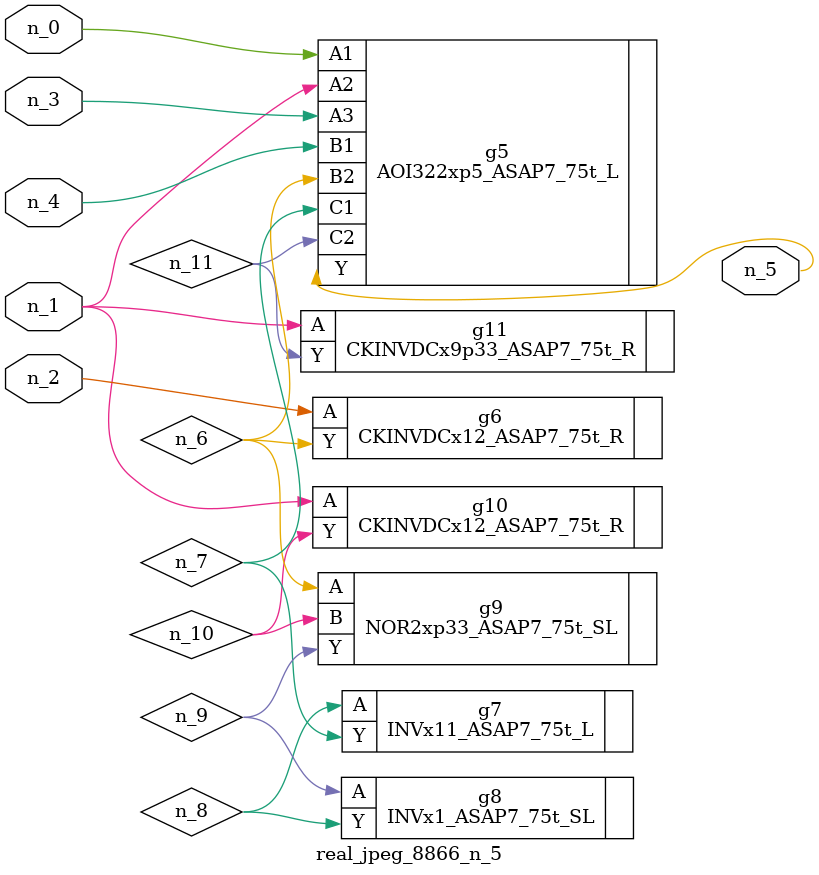
<source format=v>
module real_jpeg_8866_n_5 (n_4, n_0, n_1, n_2, n_3, n_5);

input n_4;
input n_0;
input n_1;
input n_2;
input n_3;

output n_5;

wire n_8;
wire n_11;
wire n_6;
wire n_7;
wire n_10;
wire n_9;

AOI322xp5_ASAP7_75t_L g5 ( 
.A1(n_0),
.A2(n_1),
.A3(n_3),
.B1(n_4),
.B2(n_6),
.C1(n_7),
.C2(n_11),
.Y(n_5)
);

CKINVDCx12_ASAP7_75t_R g10 ( 
.A(n_1),
.Y(n_10)
);

CKINVDCx9p33_ASAP7_75t_R g11 ( 
.A(n_1),
.Y(n_11)
);

CKINVDCx12_ASAP7_75t_R g6 ( 
.A(n_2),
.Y(n_6)
);

NOR2xp33_ASAP7_75t_SL g9 ( 
.A(n_6),
.B(n_10),
.Y(n_9)
);

INVx11_ASAP7_75t_L g7 ( 
.A(n_8),
.Y(n_7)
);

INVx1_ASAP7_75t_SL g8 ( 
.A(n_9),
.Y(n_8)
);


endmodule
</source>
